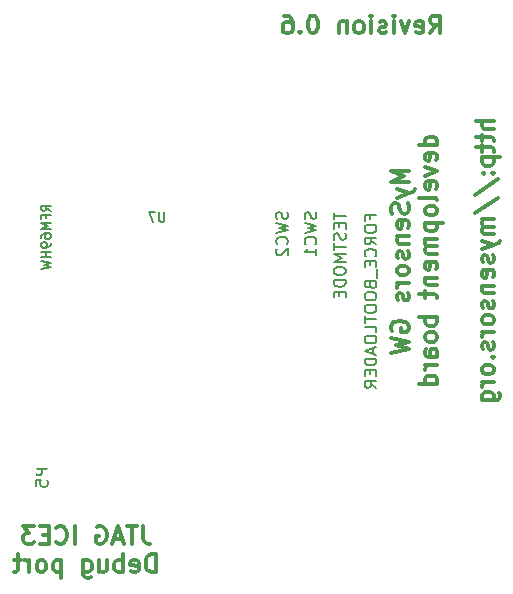
<source format=gbr>
G04 #@! TF.FileFunction,Legend,Bot*
%FSLAX46Y46*%
G04 Gerber Fmt 4.6, Leading zero omitted, Abs format (unit mm)*
G04 Created by KiCad (PCBNEW (2015-05-09 BZR 5648)-product) date man 31 aug 2015 20:52:31 CEST*
%MOMM*%
G01*
G04 APERTURE LIST*
%ADD10C,0.100000*%
%ADD11C,0.300000*%
%ADD12C,0.160000*%
%ADD13C,0.150000*%
%ADD14R,1.200000X2.200000*%
%ADD15O,1.727200X1.727200*%
%ADD16R,1.727200X1.727200*%
%ADD17R,2.235200X2.235200*%
%ADD18R,2.400000X0.740000*%
%ADD19O,1.524000X1.270000*%
%ADD20O,1.050000X1.850000*%
%ADD21C,0.650000*%
G04 APERTURE END LIST*
D10*
D11*
X160903514Y-66337571D02*
X161403514Y-65623286D01*
X161760657Y-66337571D02*
X161760657Y-64837571D01*
X161189229Y-64837571D01*
X161046371Y-64909000D01*
X160974943Y-64980429D01*
X160903514Y-65123286D01*
X160903514Y-65337571D01*
X160974943Y-65480429D01*
X161046371Y-65551857D01*
X161189229Y-65623286D01*
X161760657Y-65623286D01*
X159689229Y-66266143D02*
X159832086Y-66337571D01*
X160117800Y-66337571D01*
X160260657Y-66266143D01*
X160332086Y-66123286D01*
X160332086Y-65551857D01*
X160260657Y-65409000D01*
X160117800Y-65337571D01*
X159832086Y-65337571D01*
X159689229Y-65409000D01*
X159617800Y-65551857D01*
X159617800Y-65694714D01*
X160332086Y-65837571D01*
X159117800Y-65337571D02*
X158760657Y-66337571D01*
X158403515Y-65337571D01*
X157832086Y-66337571D02*
X157832086Y-65337571D01*
X157832086Y-64837571D02*
X157903515Y-64909000D01*
X157832086Y-64980429D01*
X157760658Y-64909000D01*
X157832086Y-64837571D01*
X157832086Y-64980429D01*
X157189229Y-66266143D02*
X157046372Y-66337571D01*
X156760657Y-66337571D01*
X156617800Y-66266143D01*
X156546372Y-66123286D01*
X156546372Y-66051857D01*
X156617800Y-65909000D01*
X156760657Y-65837571D01*
X156974943Y-65837571D01*
X157117800Y-65766143D01*
X157189229Y-65623286D01*
X157189229Y-65551857D01*
X157117800Y-65409000D01*
X156974943Y-65337571D01*
X156760657Y-65337571D01*
X156617800Y-65409000D01*
X155903514Y-66337571D02*
X155903514Y-65337571D01*
X155903514Y-64837571D02*
X155974943Y-64909000D01*
X155903514Y-64980429D01*
X155832086Y-64909000D01*
X155903514Y-64837571D01*
X155903514Y-64980429D01*
X154974942Y-66337571D02*
X155117800Y-66266143D01*
X155189228Y-66194714D01*
X155260657Y-66051857D01*
X155260657Y-65623286D01*
X155189228Y-65480429D01*
X155117800Y-65409000D01*
X154974942Y-65337571D01*
X154760657Y-65337571D01*
X154617800Y-65409000D01*
X154546371Y-65480429D01*
X154474942Y-65623286D01*
X154474942Y-66051857D01*
X154546371Y-66194714D01*
X154617800Y-66266143D01*
X154760657Y-66337571D01*
X154974942Y-66337571D01*
X153832085Y-65337571D02*
X153832085Y-66337571D01*
X153832085Y-65480429D02*
X153760657Y-65409000D01*
X153617799Y-65337571D01*
X153403514Y-65337571D01*
X153260657Y-65409000D01*
X153189228Y-65551857D01*
X153189228Y-66337571D01*
X151046371Y-64837571D02*
X150903514Y-64837571D01*
X150760657Y-64909000D01*
X150689228Y-64980429D01*
X150617799Y-65123286D01*
X150546371Y-65409000D01*
X150546371Y-65766143D01*
X150617799Y-66051857D01*
X150689228Y-66194714D01*
X150760657Y-66266143D01*
X150903514Y-66337571D01*
X151046371Y-66337571D01*
X151189228Y-66266143D01*
X151260657Y-66194714D01*
X151332085Y-66051857D01*
X151403514Y-65766143D01*
X151403514Y-65409000D01*
X151332085Y-65123286D01*
X151260657Y-64980429D01*
X151189228Y-64909000D01*
X151046371Y-64837571D01*
X149903514Y-66194714D02*
X149832086Y-66266143D01*
X149903514Y-66337571D01*
X149974943Y-66266143D01*
X149903514Y-66194714D01*
X149903514Y-66337571D01*
X148546371Y-64837571D02*
X148832085Y-64837571D01*
X148974942Y-64909000D01*
X149046371Y-64980429D01*
X149189228Y-65194714D01*
X149260657Y-65480429D01*
X149260657Y-66051857D01*
X149189228Y-66194714D01*
X149117800Y-66266143D01*
X148974942Y-66337571D01*
X148689228Y-66337571D01*
X148546371Y-66266143D01*
X148474942Y-66194714D01*
X148403514Y-66051857D01*
X148403514Y-65694714D01*
X148474942Y-65551857D01*
X148546371Y-65480429D01*
X148689228Y-65409000D01*
X148974942Y-65409000D01*
X149117800Y-65480429D01*
X149189228Y-65551857D01*
X149260657Y-65694714D01*
X159079771Y-77955143D02*
X157579771Y-77955143D01*
X158651200Y-78455143D01*
X157579771Y-78955143D01*
X159079771Y-78955143D01*
X158079771Y-79526572D02*
X159079771Y-79883715D01*
X158079771Y-80240857D02*
X159079771Y-79883715D01*
X159436914Y-79740857D01*
X159508343Y-79669429D01*
X159579771Y-79526572D01*
X159008343Y-80740857D02*
X159079771Y-80955143D01*
X159079771Y-81312286D01*
X159008343Y-81455143D01*
X158936914Y-81526572D01*
X158794057Y-81598000D01*
X158651200Y-81598000D01*
X158508343Y-81526572D01*
X158436914Y-81455143D01*
X158365486Y-81312286D01*
X158294057Y-81026572D01*
X158222629Y-80883714D01*
X158151200Y-80812286D01*
X158008343Y-80740857D01*
X157865486Y-80740857D01*
X157722629Y-80812286D01*
X157651200Y-80883714D01*
X157579771Y-81026572D01*
X157579771Y-81383714D01*
X157651200Y-81598000D01*
X159008343Y-82812285D02*
X159079771Y-82669428D01*
X159079771Y-82383714D01*
X159008343Y-82240857D01*
X158865486Y-82169428D01*
X158294057Y-82169428D01*
X158151200Y-82240857D01*
X158079771Y-82383714D01*
X158079771Y-82669428D01*
X158151200Y-82812285D01*
X158294057Y-82883714D01*
X158436914Y-82883714D01*
X158579771Y-82169428D01*
X158079771Y-83526571D02*
X159079771Y-83526571D01*
X158222629Y-83526571D02*
X158151200Y-83597999D01*
X158079771Y-83740857D01*
X158079771Y-83955142D01*
X158151200Y-84097999D01*
X158294057Y-84169428D01*
X159079771Y-84169428D01*
X159008343Y-84812285D02*
X159079771Y-84955142D01*
X159079771Y-85240857D01*
X159008343Y-85383714D01*
X158865486Y-85455142D01*
X158794057Y-85455142D01*
X158651200Y-85383714D01*
X158579771Y-85240857D01*
X158579771Y-85026571D01*
X158508343Y-84883714D01*
X158365486Y-84812285D01*
X158294057Y-84812285D01*
X158151200Y-84883714D01*
X158079771Y-85026571D01*
X158079771Y-85240857D01*
X158151200Y-85383714D01*
X159079771Y-86312286D02*
X159008343Y-86169428D01*
X158936914Y-86098000D01*
X158794057Y-86026571D01*
X158365486Y-86026571D01*
X158222629Y-86098000D01*
X158151200Y-86169428D01*
X158079771Y-86312286D01*
X158079771Y-86526571D01*
X158151200Y-86669428D01*
X158222629Y-86740857D01*
X158365486Y-86812286D01*
X158794057Y-86812286D01*
X158936914Y-86740857D01*
X159008343Y-86669428D01*
X159079771Y-86526571D01*
X159079771Y-86312286D01*
X159079771Y-87455143D02*
X158079771Y-87455143D01*
X158365486Y-87455143D02*
X158222629Y-87526571D01*
X158151200Y-87598000D01*
X158079771Y-87740857D01*
X158079771Y-87883714D01*
X159008343Y-88312285D02*
X159079771Y-88455142D01*
X159079771Y-88740857D01*
X159008343Y-88883714D01*
X158865486Y-88955142D01*
X158794057Y-88955142D01*
X158651200Y-88883714D01*
X158579771Y-88740857D01*
X158579771Y-88526571D01*
X158508343Y-88383714D01*
X158365486Y-88312285D01*
X158294057Y-88312285D01*
X158151200Y-88383714D01*
X158079771Y-88526571D01*
X158079771Y-88740857D01*
X158151200Y-88883714D01*
X157651200Y-91526571D02*
X157579771Y-91383714D01*
X157579771Y-91169428D01*
X157651200Y-90955143D01*
X157794057Y-90812285D01*
X157936914Y-90740857D01*
X158222629Y-90669428D01*
X158436914Y-90669428D01*
X158722629Y-90740857D01*
X158865486Y-90812285D01*
X159008343Y-90955143D01*
X159079771Y-91169428D01*
X159079771Y-91312285D01*
X159008343Y-91526571D01*
X158936914Y-91598000D01*
X158436914Y-91598000D01*
X158436914Y-91312285D01*
X157579771Y-92098000D02*
X159079771Y-92455143D01*
X158008343Y-92740857D01*
X159079771Y-93026571D01*
X157579771Y-93383714D01*
X161479771Y-75812286D02*
X159979771Y-75812286D01*
X161408343Y-75812286D02*
X161479771Y-75669429D01*
X161479771Y-75383715D01*
X161408343Y-75240857D01*
X161336914Y-75169429D01*
X161194057Y-75098000D01*
X160765486Y-75098000D01*
X160622629Y-75169429D01*
X160551200Y-75240857D01*
X160479771Y-75383715D01*
X160479771Y-75669429D01*
X160551200Y-75812286D01*
X161408343Y-77098000D02*
X161479771Y-76955143D01*
X161479771Y-76669429D01*
X161408343Y-76526572D01*
X161265486Y-76455143D01*
X160694057Y-76455143D01*
X160551200Y-76526572D01*
X160479771Y-76669429D01*
X160479771Y-76955143D01*
X160551200Y-77098000D01*
X160694057Y-77169429D01*
X160836914Y-77169429D01*
X160979771Y-76455143D01*
X160479771Y-77669429D02*
X161479771Y-78026572D01*
X160479771Y-78383714D01*
X161408343Y-79526571D02*
X161479771Y-79383714D01*
X161479771Y-79098000D01*
X161408343Y-78955143D01*
X161265486Y-78883714D01*
X160694057Y-78883714D01*
X160551200Y-78955143D01*
X160479771Y-79098000D01*
X160479771Y-79383714D01*
X160551200Y-79526571D01*
X160694057Y-79598000D01*
X160836914Y-79598000D01*
X160979771Y-78883714D01*
X161479771Y-80455143D02*
X161408343Y-80312285D01*
X161265486Y-80240857D01*
X159979771Y-80240857D01*
X161479771Y-81240857D02*
X161408343Y-81097999D01*
X161336914Y-81026571D01*
X161194057Y-80955142D01*
X160765486Y-80955142D01*
X160622629Y-81026571D01*
X160551200Y-81097999D01*
X160479771Y-81240857D01*
X160479771Y-81455142D01*
X160551200Y-81597999D01*
X160622629Y-81669428D01*
X160765486Y-81740857D01*
X161194057Y-81740857D01*
X161336914Y-81669428D01*
X161408343Y-81597999D01*
X161479771Y-81455142D01*
X161479771Y-81240857D01*
X160479771Y-82383714D02*
X161979771Y-82383714D01*
X160551200Y-82383714D02*
X160479771Y-82526571D01*
X160479771Y-82812285D01*
X160551200Y-82955142D01*
X160622629Y-83026571D01*
X160765486Y-83098000D01*
X161194057Y-83098000D01*
X161336914Y-83026571D01*
X161408343Y-82955142D01*
X161479771Y-82812285D01*
X161479771Y-82526571D01*
X161408343Y-82383714D01*
X161479771Y-83740857D02*
X160479771Y-83740857D01*
X160622629Y-83740857D02*
X160551200Y-83812285D01*
X160479771Y-83955143D01*
X160479771Y-84169428D01*
X160551200Y-84312285D01*
X160694057Y-84383714D01*
X161479771Y-84383714D01*
X160694057Y-84383714D02*
X160551200Y-84455143D01*
X160479771Y-84598000D01*
X160479771Y-84812285D01*
X160551200Y-84955143D01*
X160694057Y-85026571D01*
X161479771Y-85026571D01*
X161408343Y-86312285D02*
X161479771Y-86169428D01*
X161479771Y-85883714D01*
X161408343Y-85740857D01*
X161265486Y-85669428D01*
X160694057Y-85669428D01*
X160551200Y-85740857D01*
X160479771Y-85883714D01*
X160479771Y-86169428D01*
X160551200Y-86312285D01*
X160694057Y-86383714D01*
X160836914Y-86383714D01*
X160979771Y-85669428D01*
X160479771Y-87026571D02*
X161479771Y-87026571D01*
X160622629Y-87026571D02*
X160551200Y-87097999D01*
X160479771Y-87240857D01*
X160479771Y-87455142D01*
X160551200Y-87597999D01*
X160694057Y-87669428D01*
X161479771Y-87669428D01*
X160479771Y-88169428D02*
X160479771Y-88740857D01*
X159979771Y-88383714D02*
X161265486Y-88383714D01*
X161408343Y-88455142D01*
X161479771Y-88598000D01*
X161479771Y-88740857D01*
X161479771Y-90383714D02*
X159979771Y-90383714D01*
X160551200Y-90383714D02*
X160479771Y-90526571D01*
X160479771Y-90812285D01*
X160551200Y-90955142D01*
X160622629Y-91026571D01*
X160765486Y-91098000D01*
X161194057Y-91098000D01*
X161336914Y-91026571D01*
X161408343Y-90955142D01*
X161479771Y-90812285D01*
X161479771Y-90526571D01*
X161408343Y-90383714D01*
X161479771Y-91955143D02*
X161408343Y-91812285D01*
X161336914Y-91740857D01*
X161194057Y-91669428D01*
X160765486Y-91669428D01*
X160622629Y-91740857D01*
X160551200Y-91812285D01*
X160479771Y-91955143D01*
X160479771Y-92169428D01*
X160551200Y-92312285D01*
X160622629Y-92383714D01*
X160765486Y-92455143D01*
X161194057Y-92455143D01*
X161336914Y-92383714D01*
X161408343Y-92312285D01*
X161479771Y-92169428D01*
X161479771Y-91955143D01*
X161479771Y-93740857D02*
X160694057Y-93740857D01*
X160551200Y-93669428D01*
X160479771Y-93526571D01*
X160479771Y-93240857D01*
X160551200Y-93098000D01*
X161408343Y-93740857D02*
X161479771Y-93598000D01*
X161479771Y-93240857D01*
X161408343Y-93098000D01*
X161265486Y-93026571D01*
X161122629Y-93026571D01*
X160979771Y-93098000D01*
X160908343Y-93240857D01*
X160908343Y-93598000D01*
X160836914Y-93740857D01*
X161479771Y-94455143D02*
X160479771Y-94455143D01*
X160765486Y-94455143D02*
X160622629Y-94526571D01*
X160551200Y-94598000D01*
X160479771Y-94740857D01*
X160479771Y-94883714D01*
X161479771Y-96026571D02*
X159979771Y-96026571D01*
X161408343Y-96026571D02*
X161479771Y-95883714D01*
X161479771Y-95598000D01*
X161408343Y-95455142D01*
X161336914Y-95383714D01*
X161194057Y-95312285D01*
X160765486Y-95312285D01*
X160622629Y-95383714D01*
X160551200Y-95455142D01*
X160479771Y-95598000D01*
X160479771Y-95883714D01*
X160551200Y-96026571D01*
X166279771Y-73776571D02*
X164779771Y-73776571D01*
X166279771Y-74419428D02*
X165494057Y-74419428D01*
X165351200Y-74347999D01*
X165279771Y-74205142D01*
X165279771Y-73990857D01*
X165351200Y-73847999D01*
X165422629Y-73776571D01*
X165279771Y-74919428D02*
X165279771Y-75490857D01*
X164779771Y-75133714D02*
X166065486Y-75133714D01*
X166208343Y-75205142D01*
X166279771Y-75348000D01*
X166279771Y-75490857D01*
X165279771Y-75776571D02*
X165279771Y-76348000D01*
X164779771Y-75990857D02*
X166065486Y-75990857D01*
X166208343Y-76062285D01*
X166279771Y-76205143D01*
X166279771Y-76348000D01*
X165279771Y-76848000D02*
X166779771Y-76848000D01*
X165351200Y-76848000D02*
X165279771Y-76990857D01*
X165279771Y-77276571D01*
X165351200Y-77419428D01*
X165422629Y-77490857D01*
X165565486Y-77562286D01*
X165994057Y-77562286D01*
X166136914Y-77490857D01*
X166208343Y-77419428D01*
X166279771Y-77276571D01*
X166279771Y-76990857D01*
X166208343Y-76848000D01*
X166136914Y-78205143D02*
X166208343Y-78276571D01*
X166279771Y-78205143D01*
X166208343Y-78133714D01*
X166136914Y-78205143D01*
X166279771Y-78205143D01*
X165351200Y-78205143D02*
X165422629Y-78276571D01*
X165494057Y-78205143D01*
X165422629Y-78133714D01*
X165351200Y-78205143D01*
X165494057Y-78205143D01*
X164708343Y-79990857D02*
X166636914Y-78705143D01*
X164708343Y-81562286D02*
X166636914Y-80276572D01*
X166279771Y-82062287D02*
X165279771Y-82062287D01*
X165422629Y-82062287D02*
X165351200Y-82133715D01*
X165279771Y-82276573D01*
X165279771Y-82490858D01*
X165351200Y-82633715D01*
X165494057Y-82705144D01*
X166279771Y-82705144D01*
X165494057Y-82705144D02*
X165351200Y-82776573D01*
X165279771Y-82919430D01*
X165279771Y-83133715D01*
X165351200Y-83276573D01*
X165494057Y-83348001D01*
X166279771Y-83348001D01*
X165279771Y-83919430D02*
X166279771Y-84276573D01*
X165279771Y-84633715D02*
X166279771Y-84276573D01*
X166636914Y-84133715D01*
X166708343Y-84062287D01*
X166779771Y-83919430D01*
X166208343Y-85133715D02*
X166279771Y-85276572D01*
X166279771Y-85562287D01*
X166208343Y-85705144D01*
X166065486Y-85776572D01*
X165994057Y-85776572D01*
X165851200Y-85705144D01*
X165779771Y-85562287D01*
X165779771Y-85348001D01*
X165708343Y-85205144D01*
X165565486Y-85133715D01*
X165494057Y-85133715D01*
X165351200Y-85205144D01*
X165279771Y-85348001D01*
X165279771Y-85562287D01*
X165351200Y-85705144D01*
X166208343Y-86990858D02*
X166279771Y-86848001D01*
X166279771Y-86562287D01*
X166208343Y-86419430D01*
X166065486Y-86348001D01*
X165494057Y-86348001D01*
X165351200Y-86419430D01*
X165279771Y-86562287D01*
X165279771Y-86848001D01*
X165351200Y-86990858D01*
X165494057Y-87062287D01*
X165636914Y-87062287D01*
X165779771Y-86348001D01*
X165279771Y-87705144D02*
X166279771Y-87705144D01*
X165422629Y-87705144D02*
X165351200Y-87776572D01*
X165279771Y-87919430D01*
X165279771Y-88133715D01*
X165351200Y-88276572D01*
X165494057Y-88348001D01*
X166279771Y-88348001D01*
X166208343Y-88990858D02*
X166279771Y-89133715D01*
X166279771Y-89419430D01*
X166208343Y-89562287D01*
X166065486Y-89633715D01*
X165994057Y-89633715D01*
X165851200Y-89562287D01*
X165779771Y-89419430D01*
X165779771Y-89205144D01*
X165708343Y-89062287D01*
X165565486Y-88990858D01*
X165494057Y-88990858D01*
X165351200Y-89062287D01*
X165279771Y-89205144D01*
X165279771Y-89419430D01*
X165351200Y-89562287D01*
X166279771Y-90490859D02*
X166208343Y-90348001D01*
X166136914Y-90276573D01*
X165994057Y-90205144D01*
X165565486Y-90205144D01*
X165422629Y-90276573D01*
X165351200Y-90348001D01*
X165279771Y-90490859D01*
X165279771Y-90705144D01*
X165351200Y-90848001D01*
X165422629Y-90919430D01*
X165565486Y-90990859D01*
X165994057Y-90990859D01*
X166136914Y-90919430D01*
X166208343Y-90848001D01*
X166279771Y-90705144D01*
X166279771Y-90490859D01*
X166279771Y-91633716D02*
X165279771Y-91633716D01*
X165565486Y-91633716D02*
X165422629Y-91705144D01*
X165351200Y-91776573D01*
X165279771Y-91919430D01*
X165279771Y-92062287D01*
X166208343Y-92490858D02*
X166279771Y-92633715D01*
X166279771Y-92919430D01*
X166208343Y-93062287D01*
X166065486Y-93133715D01*
X165994057Y-93133715D01*
X165851200Y-93062287D01*
X165779771Y-92919430D01*
X165779771Y-92705144D01*
X165708343Y-92562287D01*
X165565486Y-92490858D01*
X165494057Y-92490858D01*
X165351200Y-92562287D01*
X165279771Y-92705144D01*
X165279771Y-92919430D01*
X165351200Y-93062287D01*
X166136914Y-93776573D02*
X166208343Y-93848001D01*
X166279771Y-93776573D01*
X166208343Y-93705144D01*
X166136914Y-93776573D01*
X166279771Y-93776573D01*
X166279771Y-94705145D02*
X166208343Y-94562287D01*
X166136914Y-94490859D01*
X165994057Y-94419430D01*
X165565486Y-94419430D01*
X165422629Y-94490859D01*
X165351200Y-94562287D01*
X165279771Y-94705145D01*
X165279771Y-94919430D01*
X165351200Y-95062287D01*
X165422629Y-95133716D01*
X165565486Y-95205145D01*
X165994057Y-95205145D01*
X166136914Y-95133716D01*
X166208343Y-95062287D01*
X166279771Y-94919430D01*
X166279771Y-94705145D01*
X166279771Y-95848002D02*
X165279771Y-95848002D01*
X165565486Y-95848002D02*
X165422629Y-95919430D01*
X165351200Y-95990859D01*
X165279771Y-96133716D01*
X165279771Y-96276573D01*
X165279771Y-97419430D02*
X166494057Y-97419430D01*
X166636914Y-97348001D01*
X166708343Y-97276573D01*
X166779771Y-97133716D01*
X166779771Y-96919430D01*
X166708343Y-96776573D01*
X166208343Y-97419430D02*
X166279771Y-97276573D01*
X166279771Y-96990859D01*
X166208343Y-96848001D01*
X166136914Y-96776573D01*
X165994057Y-96705144D01*
X165565486Y-96705144D01*
X165422629Y-96776573D01*
X165351200Y-96848001D01*
X165279771Y-96990859D01*
X165279771Y-97276573D01*
X165351200Y-97419430D01*
X136596628Y-108062171D02*
X136596628Y-109133600D01*
X136668056Y-109347886D01*
X136810913Y-109490743D01*
X137025199Y-109562171D01*
X137168056Y-109562171D01*
X136096628Y-108062171D02*
X135239485Y-108062171D01*
X135668056Y-109562171D02*
X135668056Y-108062171D01*
X134810914Y-109133600D02*
X134096628Y-109133600D01*
X134953771Y-109562171D02*
X134453771Y-108062171D01*
X133953771Y-109562171D01*
X132668057Y-108133600D02*
X132810914Y-108062171D01*
X133025200Y-108062171D01*
X133239485Y-108133600D01*
X133382343Y-108276457D01*
X133453771Y-108419314D01*
X133525200Y-108705029D01*
X133525200Y-108919314D01*
X133453771Y-109205029D01*
X133382343Y-109347886D01*
X133239485Y-109490743D01*
X133025200Y-109562171D01*
X132882343Y-109562171D01*
X132668057Y-109490743D01*
X132596628Y-109419314D01*
X132596628Y-108919314D01*
X132882343Y-108919314D01*
X130810914Y-109562171D02*
X130810914Y-108062171D01*
X129239485Y-109419314D02*
X129310914Y-109490743D01*
X129525200Y-109562171D01*
X129668057Y-109562171D01*
X129882342Y-109490743D01*
X130025200Y-109347886D01*
X130096628Y-109205029D01*
X130168057Y-108919314D01*
X130168057Y-108705029D01*
X130096628Y-108419314D01*
X130025200Y-108276457D01*
X129882342Y-108133600D01*
X129668057Y-108062171D01*
X129525200Y-108062171D01*
X129310914Y-108133600D01*
X129239485Y-108205029D01*
X128596628Y-108776457D02*
X128096628Y-108776457D01*
X127882342Y-109562171D02*
X128596628Y-109562171D01*
X128596628Y-108062171D01*
X127882342Y-108062171D01*
X127382342Y-108062171D02*
X126453771Y-108062171D01*
X126953771Y-108633600D01*
X126739485Y-108633600D01*
X126596628Y-108705029D01*
X126525199Y-108776457D01*
X126453771Y-108919314D01*
X126453771Y-109276457D01*
X126525199Y-109419314D01*
X126596628Y-109490743D01*
X126739485Y-109562171D01*
X127168057Y-109562171D01*
X127310914Y-109490743D01*
X127382342Y-109419314D01*
X137668057Y-111962171D02*
X137668057Y-110462171D01*
X137310914Y-110462171D01*
X137096629Y-110533600D01*
X136953771Y-110676457D01*
X136882343Y-110819314D01*
X136810914Y-111105029D01*
X136810914Y-111319314D01*
X136882343Y-111605029D01*
X136953771Y-111747886D01*
X137096629Y-111890743D01*
X137310914Y-111962171D01*
X137668057Y-111962171D01*
X135596629Y-111890743D02*
X135739486Y-111962171D01*
X136025200Y-111962171D01*
X136168057Y-111890743D01*
X136239486Y-111747886D01*
X136239486Y-111176457D01*
X136168057Y-111033600D01*
X136025200Y-110962171D01*
X135739486Y-110962171D01*
X135596629Y-111033600D01*
X135525200Y-111176457D01*
X135525200Y-111319314D01*
X136239486Y-111462171D01*
X134882343Y-111962171D02*
X134882343Y-110462171D01*
X134882343Y-111033600D02*
X134739486Y-110962171D01*
X134453772Y-110962171D01*
X134310915Y-111033600D01*
X134239486Y-111105029D01*
X134168057Y-111247886D01*
X134168057Y-111676457D01*
X134239486Y-111819314D01*
X134310915Y-111890743D01*
X134453772Y-111962171D01*
X134739486Y-111962171D01*
X134882343Y-111890743D01*
X132882343Y-110962171D02*
X132882343Y-111962171D01*
X133525200Y-110962171D02*
X133525200Y-111747886D01*
X133453772Y-111890743D01*
X133310914Y-111962171D01*
X133096629Y-111962171D01*
X132953772Y-111890743D01*
X132882343Y-111819314D01*
X131525200Y-110962171D02*
X131525200Y-112176457D01*
X131596629Y-112319314D01*
X131668057Y-112390743D01*
X131810914Y-112462171D01*
X132025200Y-112462171D01*
X132168057Y-112390743D01*
X131525200Y-111890743D02*
X131668057Y-111962171D01*
X131953771Y-111962171D01*
X132096629Y-111890743D01*
X132168057Y-111819314D01*
X132239486Y-111676457D01*
X132239486Y-111247886D01*
X132168057Y-111105029D01*
X132096629Y-111033600D01*
X131953771Y-110962171D01*
X131668057Y-110962171D01*
X131525200Y-111033600D01*
X129668057Y-110962171D02*
X129668057Y-112462171D01*
X129668057Y-111033600D02*
X129525200Y-110962171D01*
X129239486Y-110962171D01*
X129096629Y-111033600D01*
X129025200Y-111105029D01*
X128953771Y-111247886D01*
X128953771Y-111676457D01*
X129025200Y-111819314D01*
X129096629Y-111890743D01*
X129239486Y-111962171D01*
X129525200Y-111962171D01*
X129668057Y-111890743D01*
X128096628Y-111962171D02*
X128239486Y-111890743D01*
X128310914Y-111819314D01*
X128382343Y-111676457D01*
X128382343Y-111247886D01*
X128310914Y-111105029D01*
X128239486Y-111033600D01*
X128096628Y-110962171D01*
X127882343Y-110962171D01*
X127739486Y-111033600D01*
X127668057Y-111105029D01*
X127596628Y-111247886D01*
X127596628Y-111676457D01*
X127668057Y-111819314D01*
X127739486Y-111890743D01*
X127882343Y-111962171D01*
X128096628Y-111962171D01*
X126953771Y-111962171D02*
X126953771Y-110962171D01*
X126953771Y-111247886D02*
X126882343Y-111105029D01*
X126810914Y-111033600D01*
X126668057Y-110962171D01*
X126525200Y-110962171D01*
X126239486Y-110962171D02*
X125668057Y-110962171D01*
X126025200Y-110462171D02*
X126025200Y-111747886D01*
X125953772Y-111890743D01*
X125810914Y-111962171D01*
X125668057Y-111962171D01*
D12*
X138404524Y-81476905D02*
X138404524Y-82124524D01*
X138366429Y-82200714D01*
X138328333Y-82238810D01*
X138252143Y-82276905D01*
X138099762Y-82276905D01*
X138023571Y-82238810D01*
X137985476Y-82200714D01*
X137947381Y-82124524D01*
X137947381Y-81476905D01*
X137642619Y-81476905D02*
X137109286Y-81476905D01*
X137452143Y-82276905D01*
X128758905Y-81375524D02*
X128377952Y-81108857D01*
X128758905Y-80918381D02*
X127958905Y-80918381D01*
X127958905Y-81223143D01*
X127997000Y-81299334D01*
X128035095Y-81337429D01*
X128111286Y-81375524D01*
X128225571Y-81375524D01*
X128301762Y-81337429D01*
X128339857Y-81299334D01*
X128377952Y-81223143D01*
X128377952Y-80918381D01*
X128339857Y-81985048D02*
X128339857Y-81718381D01*
X128758905Y-81718381D02*
X127958905Y-81718381D01*
X127958905Y-82099334D01*
X128758905Y-82404095D02*
X127958905Y-82404095D01*
X128530333Y-82670762D01*
X127958905Y-82937429D01*
X128758905Y-82937429D01*
X127958905Y-83661238D02*
X127958905Y-83508857D01*
X127997000Y-83432667D01*
X128035095Y-83394572D01*
X128149381Y-83318381D01*
X128301762Y-83280286D01*
X128606524Y-83280286D01*
X128682714Y-83318381D01*
X128720810Y-83356476D01*
X128758905Y-83432667D01*
X128758905Y-83585048D01*
X128720810Y-83661238D01*
X128682714Y-83699334D01*
X128606524Y-83737429D01*
X128416048Y-83737429D01*
X128339857Y-83699334D01*
X128301762Y-83661238D01*
X128263667Y-83585048D01*
X128263667Y-83432667D01*
X128301762Y-83356476D01*
X128339857Y-83318381D01*
X128416048Y-83280286D01*
X128758905Y-84118381D02*
X128758905Y-84270762D01*
X128720810Y-84346953D01*
X128682714Y-84385048D01*
X128568429Y-84461239D01*
X128416048Y-84499334D01*
X128111286Y-84499334D01*
X128035095Y-84461239D01*
X127997000Y-84423143D01*
X127958905Y-84346953D01*
X127958905Y-84194572D01*
X127997000Y-84118381D01*
X128035095Y-84080286D01*
X128111286Y-84042191D01*
X128301762Y-84042191D01*
X128377952Y-84080286D01*
X128416048Y-84118381D01*
X128454143Y-84194572D01*
X128454143Y-84346953D01*
X128416048Y-84423143D01*
X128377952Y-84461239D01*
X128301762Y-84499334D01*
X128758905Y-84842191D02*
X127958905Y-84842191D01*
X128339857Y-84842191D02*
X128339857Y-85299334D01*
X128758905Y-85299334D02*
X127958905Y-85299334D01*
X127958905Y-85604096D02*
X128758905Y-85794572D01*
X128187476Y-85946953D01*
X128758905Y-86099334D01*
X127958905Y-86289810D01*
D13*
X128519181Y-103198705D02*
X127519181Y-103198705D01*
X127519181Y-103579658D01*
X127566800Y-103674896D01*
X127614419Y-103722515D01*
X127709657Y-103770134D01*
X127852514Y-103770134D01*
X127947752Y-103722515D01*
X127995371Y-103674896D01*
X128042990Y-103579658D01*
X128042990Y-103198705D01*
X127519181Y-104674896D02*
X127519181Y-104198705D01*
X127995371Y-104151086D01*
X127947752Y-104198705D01*
X127900133Y-104293943D01*
X127900133Y-104532039D01*
X127947752Y-104627277D01*
X127995371Y-104674896D01*
X128090610Y-104722515D01*
X128328705Y-104722515D01*
X128423943Y-104674896D01*
X128471562Y-104627277D01*
X128519181Y-104532039D01*
X128519181Y-104293943D01*
X128471562Y-104198705D01*
X128423943Y-104151086D01*
X155821071Y-82074619D02*
X155821071Y-81741285D01*
X156344881Y-81741285D02*
X155344881Y-81741285D01*
X155344881Y-82217476D01*
X155344881Y-82788904D02*
X155344881Y-82979381D01*
X155392500Y-83074619D01*
X155487738Y-83169857D01*
X155678214Y-83217476D01*
X156011548Y-83217476D01*
X156202024Y-83169857D01*
X156297262Y-83074619D01*
X156344881Y-82979381D01*
X156344881Y-82788904D01*
X156297262Y-82693666D01*
X156202024Y-82598428D01*
X156011548Y-82550809D01*
X155678214Y-82550809D01*
X155487738Y-82598428D01*
X155392500Y-82693666D01*
X155344881Y-82788904D01*
X156344881Y-84217476D02*
X155868690Y-83884142D01*
X156344881Y-83646047D02*
X155344881Y-83646047D01*
X155344881Y-84027000D01*
X155392500Y-84122238D01*
X155440119Y-84169857D01*
X155535357Y-84217476D01*
X155678214Y-84217476D01*
X155773452Y-84169857D01*
X155821071Y-84122238D01*
X155868690Y-84027000D01*
X155868690Y-83646047D01*
X156249643Y-85217476D02*
X156297262Y-85169857D01*
X156344881Y-85027000D01*
X156344881Y-84931762D01*
X156297262Y-84788904D01*
X156202024Y-84693666D01*
X156106786Y-84646047D01*
X155916310Y-84598428D01*
X155773452Y-84598428D01*
X155582976Y-84646047D01*
X155487738Y-84693666D01*
X155392500Y-84788904D01*
X155344881Y-84931762D01*
X155344881Y-85027000D01*
X155392500Y-85169857D01*
X155440119Y-85217476D01*
X155821071Y-85646047D02*
X155821071Y-85979381D01*
X156344881Y-86122238D02*
X156344881Y-85646047D01*
X155344881Y-85646047D01*
X155344881Y-86122238D01*
X156440119Y-86312714D02*
X156440119Y-87074619D01*
X155821071Y-87646048D02*
X155868690Y-87788905D01*
X155916310Y-87836524D01*
X156011548Y-87884143D01*
X156154405Y-87884143D01*
X156249643Y-87836524D01*
X156297262Y-87788905D01*
X156344881Y-87693667D01*
X156344881Y-87312714D01*
X155344881Y-87312714D01*
X155344881Y-87646048D01*
X155392500Y-87741286D01*
X155440119Y-87788905D01*
X155535357Y-87836524D01*
X155630595Y-87836524D01*
X155725833Y-87788905D01*
X155773452Y-87741286D01*
X155821071Y-87646048D01*
X155821071Y-87312714D01*
X155344881Y-88503190D02*
X155344881Y-88693667D01*
X155392500Y-88788905D01*
X155487738Y-88884143D01*
X155678214Y-88931762D01*
X156011548Y-88931762D01*
X156202024Y-88884143D01*
X156297262Y-88788905D01*
X156344881Y-88693667D01*
X156344881Y-88503190D01*
X156297262Y-88407952D01*
X156202024Y-88312714D01*
X156011548Y-88265095D01*
X155678214Y-88265095D01*
X155487738Y-88312714D01*
X155392500Y-88407952D01*
X155344881Y-88503190D01*
X155344881Y-89550809D02*
X155344881Y-89741286D01*
X155392500Y-89836524D01*
X155487738Y-89931762D01*
X155678214Y-89979381D01*
X156011548Y-89979381D01*
X156202024Y-89931762D01*
X156297262Y-89836524D01*
X156344881Y-89741286D01*
X156344881Y-89550809D01*
X156297262Y-89455571D01*
X156202024Y-89360333D01*
X156011548Y-89312714D01*
X155678214Y-89312714D01*
X155487738Y-89360333D01*
X155392500Y-89455571D01*
X155344881Y-89550809D01*
X155344881Y-90265095D02*
X155344881Y-90836524D01*
X156344881Y-90550809D02*
X155344881Y-90550809D01*
X156344881Y-91646048D02*
X156344881Y-91169857D01*
X155344881Y-91169857D01*
X155344881Y-92169857D02*
X155344881Y-92360334D01*
X155392500Y-92455572D01*
X155487738Y-92550810D01*
X155678214Y-92598429D01*
X156011548Y-92598429D01*
X156202024Y-92550810D01*
X156297262Y-92455572D01*
X156344881Y-92360334D01*
X156344881Y-92169857D01*
X156297262Y-92074619D01*
X156202024Y-91979381D01*
X156011548Y-91931762D01*
X155678214Y-91931762D01*
X155487738Y-91979381D01*
X155392500Y-92074619D01*
X155344881Y-92169857D01*
X156059167Y-92979381D02*
X156059167Y-93455572D01*
X156344881Y-92884143D02*
X155344881Y-93217476D01*
X156344881Y-93550810D01*
X156344881Y-93884143D02*
X155344881Y-93884143D01*
X155344881Y-94122238D01*
X155392500Y-94265096D01*
X155487738Y-94360334D01*
X155582976Y-94407953D01*
X155773452Y-94455572D01*
X155916310Y-94455572D01*
X156106786Y-94407953D01*
X156202024Y-94360334D01*
X156297262Y-94265096D01*
X156344881Y-94122238D01*
X156344881Y-93884143D01*
X155821071Y-94884143D02*
X155821071Y-95217477D01*
X156344881Y-95360334D02*
X156344881Y-94884143D01*
X155344881Y-94884143D01*
X155344881Y-95360334D01*
X156344881Y-96360334D02*
X155868690Y-96027000D01*
X156344881Y-95788905D02*
X155344881Y-95788905D01*
X155344881Y-96169858D01*
X155392500Y-96265096D01*
X155440119Y-96312715D01*
X155535357Y-96360334D01*
X155678214Y-96360334D01*
X155773452Y-96312715D01*
X155821071Y-96265096D01*
X155868690Y-96169858D01*
X155868690Y-95788905D01*
X152741381Y-81510643D02*
X152741381Y-82082072D01*
X153741381Y-81796357D02*
X152741381Y-81796357D01*
X153217571Y-82415405D02*
X153217571Y-82748739D01*
X153741381Y-82891596D02*
X153741381Y-82415405D01*
X152741381Y-82415405D01*
X152741381Y-82891596D01*
X153693762Y-83272548D02*
X153741381Y-83415405D01*
X153741381Y-83653501D01*
X153693762Y-83748739D01*
X153646143Y-83796358D01*
X153550905Y-83843977D01*
X153455667Y-83843977D01*
X153360429Y-83796358D01*
X153312810Y-83748739D01*
X153265190Y-83653501D01*
X153217571Y-83463024D01*
X153169952Y-83367786D01*
X153122333Y-83320167D01*
X153027095Y-83272548D01*
X152931857Y-83272548D01*
X152836619Y-83320167D01*
X152789000Y-83367786D01*
X152741381Y-83463024D01*
X152741381Y-83701120D01*
X152789000Y-83843977D01*
X152741381Y-84129691D02*
X152741381Y-84701120D01*
X153741381Y-84415405D02*
X152741381Y-84415405D01*
X153741381Y-85034453D02*
X152741381Y-85034453D01*
X153455667Y-85367787D01*
X152741381Y-85701120D01*
X153741381Y-85701120D01*
X152741381Y-86367786D02*
X152741381Y-86558263D01*
X152789000Y-86653501D01*
X152884238Y-86748739D01*
X153074714Y-86796358D01*
X153408048Y-86796358D01*
X153598524Y-86748739D01*
X153693762Y-86653501D01*
X153741381Y-86558263D01*
X153741381Y-86367786D01*
X153693762Y-86272548D01*
X153598524Y-86177310D01*
X153408048Y-86129691D01*
X153074714Y-86129691D01*
X152884238Y-86177310D01*
X152789000Y-86272548D01*
X152741381Y-86367786D01*
X153741381Y-87224929D02*
X152741381Y-87224929D01*
X152741381Y-87463024D01*
X152789000Y-87605882D01*
X152884238Y-87701120D01*
X152979476Y-87748739D01*
X153169952Y-87796358D01*
X153312810Y-87796358D01*
X153503286Y-87748739D01*
X153598524Y-87701120D01*
X153693762Y-87605882D01*
X153741381Y-87463024D01*
X153741381Y-87224929D01*
X153217571Y-88224929D02*
X153217571Y-88558263D01*
X153741381Y-88701120D02*
X153741381Y-88224929D01*
X152741381Y-88224929D01*
X152741381Y-88701120D01*
X151217262Y-81478667D02*
X151264881Y-81621524D01*
X151264881Y-81859620D01*
X151217262Y-81954858D01*
X151169643Y-82002477D01*
X151074405Y-82050096D01*
X150979167Y-82050096D01*
X150883929Y-82002477D01*
X150836310Y-81954858D01*
X150788690Y-81859620D01*
X150741071Y-81669143D01*
X150693452Y-81573905D01*
X150645833Y-81526286D01*
X150550595Y-81478667D01*
X150455357Y-81478667D01*
X150360119Y-81526286D01*
X150312500Y-81573905D01*
X150264881Y-81669143D01*
X150264881Y-81907239D01*
X150312500Y-82050096D01*
X150264881Y-82383429D02*
X151264881Y-82621524D01*
X150550595Y-82812001D01*
X151264881Y-83002477D01*
X150264881Y-83240572D01*
X151169643Y-84192953D02*
X151217262Y-84145334D01*
X151264881Y-84002477D01*
X151264881Y-83907239D01*
X151217262Y-83764381D01*
X151122024Y-83669143D01*
X151026786Y-83621524D01*
X150836310Y-83573905D01*
X150693452Y-83573905D01*
X150502976Y-83621524D01*
X150407738Y-83669143D01*
X150312500Y-83764381D01*
X150264881Y-83907239D01*
X150264881Y-84002477D01*
X150312500Y-84145334D01*
X150360119Y-84192953D01*
X151264881Y-85145334D02*
X151264881Y-84573905D01*
X151264881Y-84859619D02*
X150264881Y-84859619D01*
X150407738Y-84764381D01*
X150502976Y-84669143D01*
X150550595Y-84573905D01*
X148804262Y-81478667D02*
X148851881Y-81621524D01*
X148851881Y-81859620D01*
X148804262Y-81954858D01*
X148756643Y-82002477D01*
X148661405Y-82050096D01*
X148566167Y-82050096D01*
X148470929Y-82002477D01*
X148423310Y-81954858D01*
X148375690Y-81859620D01*
X148328071Y-81669143D01*
X148280452Y-81573905D01*
X148232833Y-81526286D01*
X148137595Y-81478667D01*
X148042357Y-81478667D01*
X147947119Y-81526286D01*
X147899500Y-81573905D01*
X147851881Y-81669143D01*
X147851881Y-81907239D01*
X147899500Y-82050096D01*
X147851881Y-82383429D02*
X148851881Y-82621524D01*
X148137595Y-82812001D01*
X148851881Y-83002477D01*
X147851881Y-83240572D01*
X148756643Y-84192953D02*
X148804262Y-84145334D01*
X148851881Y-84002477D01*
X148851881Y-83907239D01*
X148804262Y-83764381D01*
X148709024Y-83669143D01*
X148613786Y-83621524D01*
X148423310Y-83573905D01*
X148280452Y-83573905D01*
X148089976Y-83621524D01*
X147994738Y-83669143D01*
X147899500Y-83764381D01*
X147851881Y-83907239D01*
X147851881Y-84002477D01*
X147899500Y-84145334D01*
X147947119Y-84192953D01*
X147947119Y-84573905D02*
X147899500Y-84621524D01*
X147851881Y-84716762D01*
X147851881Y-84954858D01*
X147899500Y-85050096D01*
X147947119Y-85097715D01*
X148042357Y-85145334D01*
X148137595Y-85145334D01*
X148280452Y-85097715D01*
X148851881Y-84526286D01*
X148851881Y-85145334D01*
%LPC*%
D14*
X144399000Y-89773000D03*
X142399000Y-89773000D03*
X140399000Y-89773000D03*
X138399000Y-89773000D03*
X136399000Y-89773000D03*
X134399000Y-89773000D03*
X132399000Y-89773000D03*
X130399000Y-89773000D03*
X130399000Y-70873000D03*
X132399000Y-70873000D03*
X134399000Y-70873000D03*
X136399000Y-70873000D03*
X138399000Y-70873000D03*
X140399000Y-70873000D03*
X142399000Y-70873000D03*
X144399000Y-70873000D03*
D15*
X126746000Y-103378000D03*
X126746000Y-105918000D03*
X129286000Y-103378000D03*
X129286000Y-105918000D03*
X131826000Y-103378000D03*
X131826000Y-105918000D03*
D16*
X134366000Y-103378000D03*
D15*
X134366000Y-105918000D03*
X124460000Y-97790000D03*
X121920000Y-97790000D03*
X124460000Y-95250000D03*
X121920000Y-95250000D03*
X124460000Y-92710000D03*
X121920000Y-92710000D03*
X124460000Y-90170000D03*
X121920000Y-90170000D03*
X124460000Y-87630000D03*
X121920000Y-87630000D03*
X124460000Y-85090000D03*
X121920000Y-85090000D03*
D16*
X121920000Y-74930000D03*
D15*
X124460000Y-74930000D03*
X121920000Y-77470000D03*
X124460000Y-77470000D03*
X121920000Y-80010000D03*
X124460000Y-80010000D03*
X121920000Y-82550000D03*
X124460000Y-82550000D03*
D17*
X134112000Y-67437000D03*
D18*
X124129800Y-101396800D03*
X120229800Y-101396800D03*
X124129800Y-102666800D03*
X120229800Y-102666800D03*
X124129800Y-103936800D03*
X120229800Y-103936800D03*
X120229800Y-105206800D03*
X124129800Y-106476800D03*
X120229800Y-106476800D03*
D16*
X150622000Y-110490000D03*
D15*
X150622000Y-107950000D03*
X153162000Y-110490000D03*
X153162000Y-107950000D03*
X155702000Y-110490000D03*
X155702000Y-107950000D03*
X158242000Y-110490000D03*
X158242000Y-107950000D03*
X160782000Y-110490000D03*
X160782000Y-107950000D03*
D16*
X152590500Y-103314500D03*
D15*
X152590500Y-100774500D03*
X155130500Y-103314500D03*
X155130500Y-100774500D03*
X157670500Y-103314500D03*
X157670500Y-100774500D03*
X160210500Y-103314500D03*
X160210500Y-100774500D03*
D19*
X155854400Y-80543400D03*
X155854400Y-78765400D03*
X153314400Y-80543400D03*
X153314400Y-78765400D03*
X150774400Y-80543400D03*
X150774400Y-78765400D03*
X148234400Y-80543400D03*
X148234400Y-78765400D03*
D20*
X144926000Y-64777000D03*
X137776000Y-64777000D03*
X144926000Y-68227000D03*
X137776000Y-68227000D03*
D21*
X143351000Y-66902000D03*
X139351000Y-66902000D03*
M02*

</source>
